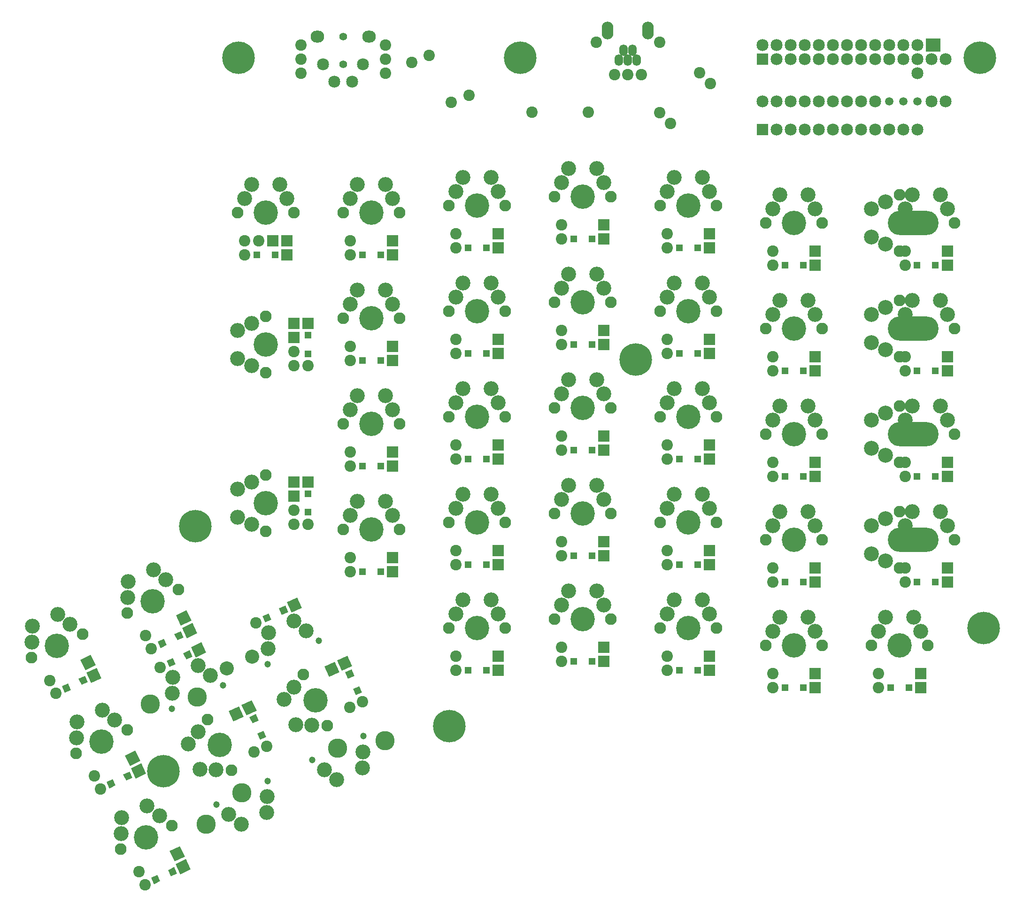
<source format=gbs>
G04 #@! TF.GenerationSoftware,KiCad,Pcbnew,5.1.5*
G04 #@! TF.CreationDate,2020-05-06T10:11:07+08:00*
G04 #@! TF.ProjectId,ErgoDOX,4572676f-444f-4582-9e6b-696361645f70,rev?*
G04 #@! TF.SameCoordinates,Original*
G04 #@! TF.FileFunction,Soldermask,Bot*
G04 #@! TF.FilePolarity,Negative*
%FSLAX46Y46*%
G04 Gerber Fmt 4.6, Leading zero omitted, Abs format (unit mm)*
G04 Created by KiCad (PCBNEW 5.1.5) date 2020-05-06 10:11:07*
%MOMM*%
%LPD*%
G04 APERTURE LIST*
%ADD10O,1.549400X2.057400*%
%ADD11O,2.108200X3.200400*%
%ADD12C,2.057400*%
%ADD13C,2.159000*%
%ADD14R,2.159000X2.159000*%
%ADD15C,1.498600*%
%ADD16C,0.150000*%
%ADD17R,2.057400X2.057400*%
%ADD18C,2.692400*%
%ADD19C,1.193800*%
%ADD20C,3.479800*%
%ADD21R,1.422400X2.438400*%
%ADD22O,2.463800X2.159000*%
%ADD23C,1.397000*%
%ADD24C,2.540000*%
%ADD25C,5.867400*%
%ADD26C,2.108200*%
%ADD27C,2.689860*%
%ADD28R,1.244600X1.244600*%
%ADD29C,2.687320*%
%ADD30O,9.156700X4.394200*%
%ADD31C,4.394200*%
G04 APERTURE END LIST*
D10*
X139242800Y-37553900D03*
X138442700Y-35806380D03*
X137642600Y-37553900D03*
X136842500Y-35806380D03*
X136042400Y-37553900D03*
D11*
X133995160Y-32230060D03*
X141290040Y-32230060D03*
D12*
X140055600Y-40259000D03*
X143357600Y-34417000D03*
X137642600Y-40259000D03*
X131927600Y-34417000D03*
X135229600Y-40259000D03*
D13*
X169545000Y-34925000D03*
X172085000Y-34925000D03*
X161925000Y-34925000D03*
X164465000Y-34925000D03*
X167005000Y-34925000D03*
X174625000Y-34925000D03*
X177165000Y-34925000D03*
X179705000Y-34925000D03*
X182245000Y-34925000D03*
X184785000Y-34925000D03*
X187325000Y-34925000D03*
X189865000Y-34925000D03*
X189865000Y-50165000D03*
X187325000Y-50165000D03*
X184785000Y-50165000D03*
X182245000Y-50165000D03*
X179705000Y-50165000D03*
X177165000Y-50165000D03*
X174625000Y-50165000D03*
X172085000Y-50165000D03*
X169545000Y-50165000D03*
X167005000Y-50165000D03*
X164465000Y-50165000D03*
D14*
X161925000Y-50165000D03*
D13*
X189865000Y-40005000D03*
X164465000Y-37465000D03*
X167005000Y-37465000D03*
X169545000Y-37465000D03*
X172085000Y-37465000D03*
X174625000Y-37465000D03*
X177165000Y-37465000D03*
X179705000Y-37465000D03*
X182245000Y-37465000D03*
X184785000Y-37465000D03*
X187325000Y-37465000D03*
X189865000Y-37465000D03*
X192405000Y-37465000D03*
X194945000Y-37465000D03*
D14*
X161925000Y-37465000D03*
D13*
X194945000Y-45085000D03*
X192405000Y-45085000D03*
D15*
X189865000Y-45085000D03*
X187325000Y-45085000D03*
X184785000Y-45085000D03*
D13*
X182245000Y-45085000D03*
X179705000Y-45085000D03*
X177165000Y-45085000D03*
X174625000Y-45085000D03*
X172085000Y-45085000D03*
X169545000Y-45085000D03*
X167005000Y-45085000D03*
X164465000Y-45085000D03*
X161925000Y-45085000D03*
D12*
X53341367Y-147187736D03*
D16*
G36*
X54985576Y-147107661D02*
G01*
X54459585Y-145979670D01*
X55587576Y-145453679D01*
X56113567Y-146581670D01*
X54985576Y-147107661D01*
G37*
G36*
X59749862Y-145334450D02*
G01*
X58880367Y-143469813D01*
X60745004Y-142600318D01*
X61614499Y-144464955D01*
X59749862Y-145334450D01*
G37*
G36*
X58001224Y-145701441D02*
G01*
X57475233Y-144573450D01*
X58603224Y-144047459D01*
X59129215Y-145175450D01*
X58001224Y-145701441D01*
G37*
D12*
X70605747Y-139135936D03*
D16*
G36*
X72249956Y-139055861D02*
G01*
X71723965Y-137927870D01*
X72851956Y-137401879D01*
X73377947Y-138529870D01*
X72249956Y-139055861D01*
G37*
G36*
X77014242Y-137282650D02*
G01*
X76144747Y-135418013D01*
X78009384Y-134548518D01*
X78878879Y-136413155D01*
X77014242Y-137282650D01*
G37*
G36*
X75265604Y-137649641D02*
G01*
X74739613Y-136521650D01*
X75867604Y-135995659D01*
X76393595Y-137123650D01*
X75265604Y-137649641D01*
G37*
D12*
X77470000Y-118755160D03*
D17*
X77470000Y-116215160D03*
D12*
X77470000Y-90180160D03*
D17*
X77470000Y-87640160D03*
D12*
X71120000Y-70180200D03*
D17*
X73660000Y-70180200D03*
D18*
X77434621Y-138754526D03*
X72753017Y-143740174D03*
D19*
X72675456Y-146578921D03*
X81883544Y-142285119D03*
D18*
X79659082Y-140519823D03*
X72830577Y-140901427D03*
X60170241Y-146806326D03*
X55488637Y-151791974D03*
D20*
X60015120Y-152483820D03*
D19*
X55411076Y-154630721D03*
X64619164Y-150336919D03*
D18*
X62394702Y-148571623D03*
X55566197Y-148953227D03*
X85176179Y-167376434D03*
X89857783Y-162390786D03*
D20*
X85331300Y-161698940D03*
D19*
X89935344Y-159552039D03*
X80727256Y-163845841D03*
D18*
X82951718Y-165611137D03*
X89780223Y-165229533D03*
X67909259Y-175425694D03*
X72590863Y-170440046D03*
D20*
X68064380Y-169748200D03*
D19*
X72668424Y-167601299D03*
X63460336Y-171895101D03*
D18*
X65684798Y-173660397D03*
X72513303Y-173278793D03*
D12*
X152499602Y-41810398D03*
X145315398Y-48994602D03*
X150594602Y-39905398D03*
X143410398Y-47089602D03*
X130492500Y-46990000D03*
X120332500Y-46990000D03*
X101817898Y-36730398D03*
X109002102Y-43914602D03*
X98642898Y-38000398D03*
X105827102Y-45184602D03*
X78740000Y-40005000D03*
X78740000Y-37465000D03*
X78740000Y-34925000D03*
X93980000Y-40005000D03*
X93980000Y-37465000D03*
X93980000Y-34925000D03*
D21*
X192087500Y-34925000D03*
X193357500Y-34925000D03*
D22*
X90957400Y-33375600D03*
D13*
X82702400Y-38379400D03*
X87909400Y-41478200D03*
D22*
X81661000Y-33375600D03*
D13*
X84709000Y-41478200D03*
X89916000Y-38379400D03*
D23*
X86309200Y-33375600D03*
X86309200Y-38379400D03*
D24*
X69927083Y-145197966D03*
D20*
X93829648Y-160396270D03*
D24*
X65323823Y-147345789D03*
D20*
X61602126Y-175425496D03*
X51511692Y-153786490D03*
D25*
X53898800Y-165836600D03*
X59664600Y-121666000D03*
X105435400Y-157759400D03*
X201777600Y-140055600D03*
X139039600Y-91592400D03*
X201142600Y-37134800D03*
X118211600Y-37134800D03*
X67411600Y-37134800D03*
D18*
X193992500Y-80972660D03*
X187642500Y-83512660D03*
D26*
X196532500Y-86052660D03*
D27*
X195262500Y-83512660D03*
D18*
X188912500Y-80972660D03*
D12*
X187642500Y-91132660D03*
D17*
X195262500Y-91132660D03*
D12*
X187642500Y-93672660D03*
D17*
X195262500Y-93672660D03*
D28*
X189788800Y-93672660D03*
X193116200Y-93672660D03*
D29*
X181610000Y-83512660D03*
X184150000Y-82242660D03*
X184150000Y-89862660D03*
X181610000Y-88592660D03*
D30*
X189069980Y-86052660D03*
D26*
X186690000Y-91132660D03*
X186690000Y-80972660D03*
D18*
X193992500Y-119072660D03*
X187642500Y-121612660D03*
D26*
X196532500Y-124152660D03*
D27*
X195262500Y-121612660D03*
D18*
X188912500Y-119072660D03*
D12*
X187642500Y-129232660D03*
D17*
X195262500Y-129232660D03*
D12*
X187642500Y-131772660D03*
D17*
X195262500Y-131772660D03*
D28*
X189788800Y-131772660D03*
X193116200Y-131772660D03*
D29*
X181610000Y-121612660D03*
X184150000Y-120342660D03*
X184150000Y-127962660D03*
X181610000Y-126692660D03*
D30*
X189069980Y-124152660D03*
D26*
X186690000Y-129232660D03*
X186690000Y-119072660D03*
D18*
X193992500Y-61925200D03*
X187642500Y-64465200D03*
D26*
X196532500Y-67005200D03*
D27*
X195262500Y-64465200D03*
D18*
X188912500Y-61925200D03*
D12*
X187642500Y-72085200D03*
D17*
X195262500Y-72085200D03*
D12*
X187642500Y-74625200D03*
D17*
X195262500Y-74625200D03*
D28*
X189788800Y-74625200D03*
X193116200Y-74625200D03*
D29*
X181610000Y-64465200D03*
X184150000Y-63195200D03*
X184150000Y-70815200D03*
X181610000Y-69545200D03*
D30*
X189069980Y-67005200D03*
D26*
X186690000Y-72085200D03*
X186690000Y-61925200D03*
D18*
X193992500Y-100022660D03*
X187642500Y-102562660D03*
D26*
X196532500Y-105102660D03*
D27*
X195262500Y-102562660D03*
D18*
X188912500Y-100022660D03*
D12*
X187642500Y-110182660D03*
D17*
X195262500Y-110182660D03*
D12*
X187642500Y-112722660D03*
D17*
X195262500Y-112722660D03*
D28*
X189788800Y-112722660D03*
X193116200Y-112722660D03*
D29*
X181610000Y-102562660D03*
X184150000Y-101292660D03*
X184150000Y-108912660D03*
X181610000Y-107642660D03*
D30*
X189069980Y-105102660D03*
D26*
X186690000Y-110182660D03*
X186690000Y-100022660D03*
D18*
X93980000Y-60020200D03*
X87630000Y-62560200D03*
D31*
X91440000Y-65100200D03*
D26*
X86360000Y-65100200D03*
X96520000Y-65100200D03*
D18*
X95250000Y-62560200D03*
X88900000Y-60020200D03*
D12*
X87630000Y-70180200D03*
D17*
X95250000Y-70180200D03*
D12*
X87630000Y-72720200D03*
D17*
X95250000Y-72720200D03*
D28*
X89776300Y-72720200D03*
X93103700Y-72720200D03*
D18*
X151130000Y-77797660D03*
X144780000Y-80337660D03*
D31*
X148590000Y-82877660D03*
D26*
X143510000Y-82877660D03*
X153670000Y-82877660D03*
D18*
X152400000Y-80337660D03*
X146050000Y-77797660D03*
D12*
X144780000Y-87957660D03*
D17*
X152400000Y-87957660D03*
D12*
X144780000Y-90497660D03*
D17*
X152400000Y-90497660D03*
D28*
X146926300Y-90497660D03*
X150253700Y-90497660D03*
D18*
X58360986Y-160962159D03*
X63346634Y-165643763D03*
D31*
X64038480Y-161117280D03*
D26*
X66185381Y-165721324D03*
X61891579Y-156513236D03*
D18*
X60126283Y-158737698D03*
X60507887Y-165566203D03*
D12*
X70252699Y-162423412D03*
D16*
G36*
X68399414Y-156014918D02*
G01*
X66534777Y-156884413D01*
X65665282Y-155019776D01*
X67529919Y-154150281D01*
X68399414Y-156014918D01*
G37*
D12*
X72554721Y-161349962D03*
D16*
G36*
X70701436Y-154941467D02*
G01*
X68836799Y-155810962D01*
X67967304Y-153946325D01*
X69831941Y-153076830D01*
X70701436Y-154941467D01*
G37*
G36*
X72474646Y-159705753D02*
G01*
X71346655Y-160231744D01*
X70820664Y-159103753D01*
X71948655Y-158577762D01*
X72474646Y-159705753D01*
G37*
G36*
X71068426Y-156690105D02*
G01*
X69940435Y-157216096D01*
X69414444Y-156088105D01*
X70542435Y-155562114D01*
X71068426Y-156690105D01*
G37*
D18*
X75625366Y-152910359D03*
X80611014Y-157591963D03*
D31*
X81302860Y-153065480D03*
D26*
X83449761Y-157669524D03*
X79155959Y-148461436D03*
D18*
X77390663Y-150685898D03*
X77772267Y-157514403D03*
D12*
X87517079Y-154371612D03*
D16*
G36*
X85663794Y-147963118D02*
G01*
X83799157Y-148832613D01*
X82929662Y-146967976D01*
X84794299Y-146098481D01*
X85663794Y-147963118D01*
G37*
D12*
X89819101Y-153298162D03*
D16*
G36*
X87965816Y-146889667D02*
G01*
X86101179Y-147759162D01*
X85231684Y-145894525D01*
X87096321Y-145025030D01*
X87965816Y-146889667D01*
G37*
G36*
X89739026Y-151653953D02*
G01*
X88611035Y-152179944D01*
X88085044Y-151051953D01*
X89213035Y-150525962D01*
X89739026Y-151653953D01*
G37*
G36*
X88332806Y-148638305D02*
G01*
X87204815Y-149164296D01*
X86678824Y-148036305D01*
X87806815Y-147510314D01*
X88332806Y-148638305D01*
G37*
D18*
X113030000Y-134947660D03*
X106680000Y-137487660D03*
D31*
X110490000Y-140027660D03*
D26*
X105410000Y-140027660D03*
X115570000Y-140027660D03*
D18*
X114300000Y-137487660D03*
X107950000Y-134947660D03*
D12*
X106680000Y-145107660D03*
D17*
X114300000Y-145107660D03*
D12*
X106680000Y-147647660D03*
D17*
X114300000Y-147647660D03*
D28*
X108826300Y-147647660D03*
X112153700Y-147647660D03*
D18*
X132080000Y-133350000D03*
X125730000Y-135890000D03*
D31*
X129540000Y-138430000D03*
D26*
X124460000Y-138430000D03*
X134620000Y-138430000D03*
D18*
X133350000Y-135890000D03*
X127000000Y-133350000D03*
D12*
X125730000Y-143510000D03*
D17*
X133350000Y-143510000D03*
D12*
X125730000Y-146050000D03*
D17*
X133350000Y-146050000D03*
D28*
X127876300Y-146050000D03*
X131203700Y-146050000D03*
D18*
X170180000Y-138122660D03*
X163830000Y-140662660D03*
D31*
X167640000Y-143202660D03*
D26*
X162560000Y-143202660D03*
X172720000Y-143202660D03*
D18*
X171450000Y-140662660D03*
X165100000Y-138122660D03*
D12*
X163830000Y-148282660D03*
D17*
X171450000Y-148282660D03*
D12*
X163830000Y-150822660D03*
D17*
X171450000Y-150822660D03*
D28*
X165976300Y-150822660D03*
X169303700Y-150822660D03*
D18*
X93980000Y-117167660D03*
X87630000Y-119707660D03*
D31*
X91440000Y-122247660D03*
D26*
X86360000Y-122247660D03*
X96520000Y-122247660D03*
D18*
X95250000Y-119707660D03*
X88900000Y-117167660D03*
D12*
X87630000Y-127327660D03*
D17*
X95250000Y-127327660D03*
D12*
X87630000Y-129867660D03*
D17*
X95250000Y-129867660D03*
D28*
X89776300Y-129867660D03*
X93103700Y-129867660D03*
D18*
X113030000Y-115897660D03*
X106680000Y-118437660D03*
D31*
X110490000Y-120977660D03*
D26*
X105410000Y-120977660D03*
X115570000Y-120977660D03*
D18*
X114300000Y-118437660D03*
X107950000Y-115897660D03*
D12*
X106680000Y-126057660D03*
D17*
X114300000Y-126057660D03*
D12*
X106680000Y-128597660D03*
D17*
X114300000Y-128597660D03*
D28*
X108826300Y-128597660D03*
X112153700Y-128597660D03*
D18*
X132080000Y-114300000D03*
X125730000Y-116840000D03*
D31*
X129540000Y-119380000D03*
D26*
X124460000Y-119380000D03*
X134620000Y-119380000D03*
D18*
X133350000Y-116840000D03*
X127000000Y-114300000D03*
D12*
X125730000Y-124460000D03*
D17*
X133350000Y-124460000D03*
D12*
X125730000Y-127000000D03*
D17*
X133350000Y-127000000D03*
D28*
X127876300Y-127000000D03*
X131203700Y-127000000D03*
D18*
X151130000Y-115897660D03*
X144780000Y-118437660D03*
D31*
X148590000Y-120977660D03*
D26*
X143510000Y-120977660D03*
X153670000Y-120977660D03*
D18*
X152400000Y-118437660D03*
X146050000Y-115897660D03*
D12*
X144780000Y-126057660D03*
D17*
X152400000Y-126057660D03*
D12*
X144780000Y-128597660D03*
D17*
X152400000Y-128597660D03*
D28*
X146926300Y-128597660D03*
X150253700Y-128597660D03*
D18*
X170180000Y-119072660D03*
X163830000Y-121612660D03*
D31*
X167640000Y-124152660D03*
D26*
X162560000Y-124152660D03*
X172720000Y-124152660D03*
D18*
X171450000Y-121612660D03*
X165100000Y-119072660D03*
D12*
X163830000Y-129232660D03*
D17*
X171450000Y-129232660D03*
D12*
X163830000Y-131772660D03*
D17*
X171450000Y-131772660D03*
D28*
X165976300Y-131772660D03*
X169303700Y-131772660D03*
D18*
X93980000Y-98117660D03*
X87630000Y-100657660D03*
D31*
X91440000Y-103197660D03*
D26*
X86360000Y-103197660D03*
X96520000Y-103197660D03*
D18*
X95250000Y-100657660D03*
X88900000Y-98117660D03*
D12*
X87630000Y-108277660D03*
D17*
X95250000Y-108277660D03*
D12*
X87630000Y-110817660D03*
D17*
X95250000Y-110817660D03*
D28*
X89776300Y-110817660D03*
X93103700Y-110817660D03*
D18*
X113030000Y-96847660D03*
X106680000Y-99387660D03*
D31*
X110490000Y-101927660D03*
D26*
X105410000Y-101927660D03*
X115570000Y-101927660D03*
D18*
X114300000Y-99387660D03*
X107950000Y-96847660D03*
D12*
X106680000Y-107007660D03*
D17*
X114300000Y-107007660D03*
D12*
X106680000Y-109547660D03*
D17*
X114300000Y-109547660D03*
D28*
X108826300Y-109547660D03*
X112153700Y-109547660D03*
D18*
X132080000Y-95250000D03*
X125730000Y-97790000D03*
D31*
X129540000Y-100330000D03*
D26*
X124460000Y-100330000D03*
X134620000Y-100330000D03*
D18*
X133350000Y-97790000D03*
X127000000Y-95250000D03*
D12*
X125730000Y-105410000D03*
D17*
X133350000Y-105410000D03*
D12*
X125730000Y-107950000D03*
D17*
X133350000Y-107950000D03*
D28*
X127876300Y-107950000D03*
X131203700Y-107950000D03*
D18*
X151130000Y-96847660D03*
X144780000Y-99387660D03*
D31*
X148590000Y-101927660D03*
D26*
X143510000Y-101927660D03*
X153670000Y-101927660D03*
D18*
X152400000Y-99387660D03*
X146050000Y-96847660D03*
D12*
X144780000Y-107007660D03*
D17*
X152400000Y-107007660D03*
D12*
X144780000Y-109547660D03*
D17*
X152400000Y-109547660D03*
D28*
X146926300Y-109547660D03*
X150253700Y-109547660D03*
D18*
X113030000Y-77797660D03*
X106680000Y-80337660D03*
D31*
X110490000Y-82877660D03*
D26*
X105410000Y-82877660D03*
X115570000Y-82877660D03*
D18*
X114300000Y-80337660D03*
X107950000Y-77797660D03*
D12*
X106680000Y-87957660D03*
D17*
X114300000Y-87957660D03*
D12*
X106680000Y-90497660D03*
D17*
X114300000Y-90497660D03*
D28*
X108826300Y-90497660D03*
X112153700Y-90497660D03*
D18*
X132080000Y-76200000D03*
X125730000Y-78740000D03*
D31*
X129540000Y-81280000D03*
D26*
X124460000Y-81280000D03*
X134620000Y-81280000D03*
D18*
X133350000Y-78740000D03*
X127000000Y-76200000D03*
D12*
X125730000Y-86360000D03*
D17*
X133350000Y-86360000D03*
D12*
X125730000Y-88900000D03*
D17*
X133350000Y-88900000D03*
D28*
X127876300Y-88900000D03*
X131203700Y-88900000D03*
D18*
X170180000Y-80972660D03*
X163830000Y-83512660D03*
D31*
X167640000Y-86052660D03*
D26*
X162560000Y-86052660D03*
X172720000Y-86052660D03*
D18*
X171450000Y-83512660D03*
X165100000Y-80972660D03*
D12*
X163830000Y-91132660D03*
D17*
X171450000Y-91132660D03*
D12*
X163830000Y-93672660D03*
D17*
X171450000Y-93672660D03*
D28*
X165976300Y-93672660D03*
X169303700Y-93672660D03*
D18*
X151130000Y-134947660D03*
X144780000Y-137487660D03*
D31*
X148590000Y-140027660D03*
D26*
X143510000Y-140027660D03*
X153670000Y-140027660D03*
D18*
X152400000Y-137487660D03*
X146050000Y-134947660D03*
D12*
X144780000Y-145107660D03*
D17*
X152400000Y-145107660D03*
D12*
X144780000Y-147647660D03*
D17*
X152400000Y-147647660D03*
D28*
X146926300Y-147647660D03*
X150253700Y-147647660D03*
D18*
X113030000Y-58747660D03*
X106680000Y-61287660D03*
D31*
X110490000Y-63827660D03*
D26*
X105410000Y-63827660D03*
X115570000Y-63827660D03*
D18*
X114300000Y-61287660D03*
X107950000Y-58747660D03*
D12*
X106680000Y-68907660D03*
D17*
X114300000Y-68907660D03*
D12*
X106680000Y-71447660D03*
D17*
X114300000Y-71447660D03*
D28*
X108826300Y-71447660D03*
X112153700Y-71447660D03*
D18*
X132080000Y-57150000D03*
X125730000Y-59690000D03*
D31*
X129540000Y-62230000D03*
D26*
X124460000Y-62230000D03*
X134620000Y-62230000D03*
D18*
X133350000Y-59690000D03*
X127000000Y-57150000D03*
D12*
X125730000Y-67310000D03*
D17*
X133350000Y-67310000D03*
D12*
X125730000Y-69850000D03*
D17*
X133350000Y-69850000D03*
D28*
X127876300Y-69850000D03*
X131203700Y-69850000D03*
D18*
X151130000Y-58747660D03*
X144780000Y-61287660D03*
D31*
X148590000Y-63827660D03*
D26*
X143510000Y-63827660D03*
X153670000Y-63827660D03*
D18*
X152400000Y-61287660D03*
X146050000Y-58747660D03*
D12*
X144780000Y-68907660D03*
D17*
X152400000Y-68907660D03*
D12*
X144780000Y-71447660D03*
D17*
X152400000Y-71447660D03*
D28*
X146926300Y-71447660D03*
X150253700Y-71447660D03*
D18*
X170180000Y-61925200D03*
X163830000Y-64465200D03*
D31*
X167640000Y-67005200D03*
D26*
X162560000Y-67005200D03*
X172720000Y-67005200D03*
D18*
X171450000Y-64465200D03*
X165100000Y-61925200D03*
D12*
X163830000Y-72085200D03*
D17*
X171450000Y-72085200D03*
D12*
X163830000Y-74625200D03*
D17*
X171450000Y-74625200D03*
D28*
X165976300Y-74625200D03*
X169303700Y-74625200D03*
D18*
X52118441Y-129541946D03*
X47436837Y-134527594D03*
D31*
X51963320Y-135219440D03*
D26*
X47359276Y-137366341D03*
X56567364Y-133072539D03*
D18*
X54342902Y-131307243D03*
X47514397Y-131688847D03*
D12*
X50657188Y-141433659D03*
D16*
G36*
X57065682Y-139580374D02*
G01*
X56196187Y-137715737D01*
X58060824Y-136846242D01*
X58930319Y-138710879D01*
X57065682Y-139580374D01*
G37*
D12*
X51730638Y-143735681D03*
D16*
G36*
X58139133Y-141882396D02*
G01*
X57269638Y-140017759D01*
X59134275Y-139148264D01*
X60003770Y-141012901D01*
X58139133Y-141882396D01*
G37*
G36*
X53374847Y-143655606D02*
G01*
X52848856Y-142527615D01*
X53976847Y-142001624D01*
X54502838Y-143129615D01*
X53374847Y-143655606D01*
G37*
G36*
X56390495Y-142249386D02*
G01*
X55864504Y-141121395D01*
X56992495Y-140595404D01*
X57518486Y-141723395D01*
X56390495Y-142249386D01*
G37*
D18*
X34854061Y-137591206D03*
X30172457Y-142576854D03*
D31*
X34698940Y-143268700D03*
D26*
X30094896Y-145415601D03*
X39302984Y-141121799D03*
D18*
X37078522Y-139356503D03*
X30250017Y-139738107D03*
D12*
X33392808Y-149482919D03*
D16*
G36*
X39801302Y-147629634D02*
G01*
X38931807Y-145764997D01*
X40796444Y-144895502D01*
X41665939Y-146760139D01*
X39801302Y-147629634D01*
G37*
D12*
X34466258Y-151784941D03*
D16*
G36*
X40874753Y-149931656D02*
G01*
X40005258Y-148067019D01*
X41869895Y-147197524D01*
X42739390Y-149062161D01*
X40874753Y-149931656D01*
G37*
G36*
X36110467Y-151704866D02*
G01*
X35584476Y-150576875D01*
X36712467Y-150050884D01*
X37238458Y-151178875D01*
X36110467Y-151704866D01*
G37*
G36*
X39126115Y-150298646D02*
G01*
X38600124Y-149170655D01*
X39728115Y-148644664D01*
X40254106Y-149772655D01*
X39126115Y-150298646D01*
G37*
D18*
X50955121Y-172122506D03*
X46273517Y-177108154D03*
D31*
X50800000Y-177800000D03*
D26*
X46195956Y-179946901D03*
X55404044Y-175653099D03*
D18*
X53179582Y-173887803D03*
X46351077Y-174269407D03*
D12*
X49493868Y-184014219D03*
D16*
G36*
X55902362Y-182160934D02*
G01*
X55032867Y-180296297D01*
X56897504Y-179426802D01*
X57766999Y-181291439D01*
X55902362Y-182160934D01*
G37*
D12*
X50567318Y-186316241D03*
D16*
G36*
X56975813Y-184462956D02*
G01*
X56106318Y-182598319D01*
X57970955Y-181728824D01*
X58840450Y-183593461D01*
X56975813Y-184462956D01*
G37*
G36*
X52211527Y-186236166D02*
G01*
X51685536Y-185108175D01*
X52813527Y-184582184D01*
X53339518Y-185710175D01*
X52211527Y-186236166D01*
G37*
G36*
X55227175Y-184829946D02*
G01*
X54701184Y-183701955D01*
X55829175Y-183175964D01*
X56355166Y-184303955D01*
X55227175Y-184829946D01*
G37*
D18*
X42903321Y-154855586D03*
X38221717Y-159841234D03*
D31*
X42748200Y-160533080D03*
D26*
X38144156Y-162679981D03*
X47352244Y-158386179D03*
D18*
X45127782Y-156620883D03*
X38299277Y-157002487D03*
D12*
X41442068Y-166747299D03*
D16*
G36*
X47850562Y-164894014D02*
G01*
X46981067Y-163029377D01*
X48845704Y-162159882D01*
X49715199Y-164024519D01*
X47850562Y-164894014D01*
G37*
D12*
X42515518Y-169049321D03*
D16*
G36*
X48924013Y-167196036D02*
G01*
X48054518Y-165331399D01*
X49919155Y-164461904D01*
X50788650Y-166326541D01*
X48924013Y-167196036D01*
G37*
G36*
X44159727Y-168969246D02*
G01*
X43633736Y-167841255D01*
X44761727Y-167315264D01*
X45287718Y-168443255D01*
X44159727Y-168969246D01*
G37*
G36*
X47175375Y-167563026D02*
G01*
X46649384Y-166435035D01*
X47777375Y-165909044D01*
X48303366Y-167037035D01*
X47175375Y-167563026D01*
G37*
D18*
X93980000Y-79067660D03*
X87630000Y-81607660D03*
D31*
X91440000Y-84147660D03*
D26*
X86360000Y-84147660D03*
X96520000Y-84147660D03*
D18*
X95250000Y-81607660D03*
X88900000Y-79067660D03*
D12*
X87630000Y-89227660D03*
D17*
X95250000Y-89227660D03*
D12*
X87630000Y-91767660D03*
D17*
X95250000Y-91767660D03*
D28*
X89776300Y-91767660D03*
X93103700Y-91767660D03*
D18*
X189230000Y-138122660D03*
X182880000Y-140662660D03*
D31*
X186690000Y-143202660D03*
D26*
X181610000Y-143202660D03*
X191770000Y-143202660D03*
D18*
X190500000Y-140662660D03*
X184150000Y-138122660D03*
D12*
X182880000Y-148282660D03*
D17*
X190500000Y-148282660D03*
D12*
X182880000Y-150822660D03*
D17*
X190500000Y-150822660D03*
D28*
X185026300Y-150822660D03*
X188353700Y-150822660D03*
D18*
X67310000Y-114945160D03*
X69850000Y-121295160D03*
D31*
X72390000Y-117485160D03*
D26*
X72390000Y-122565160D03*
X72390000Y-112405160D03*
D18*
X69850000Y-113675160D03*
X67310000Y-120025160D03*
D12*
X77470000Y-121295160D03*
D17*
X77470000Y-113675160D03*
D12*
X80010000Y-121295160D03*
D17*
X80010000Y-113675160D03*
D28*
X80010000Y-119148860D03*
X80010000Y-115821460D03*
D18*
X67310000Y-86370160D03*
X69850000Y-92720160D03*
D31*
X72390000Y-88910160D03*
D26*
X72390000Y-93990160D03*
X72390000Y-83830160D03*
D18*
X69850000Y-85100160D03*
X67310000Y-91450160D03*
D12*
X77470000Y-92720160D03*
D17*
X77470000Y-85100160D03*
D12*
X80010000Y-92720160D03*
D17*
X80010000Y-85100160D03*
D28*
X80010000Y-90573860D03*
X80010000Y-87246460D03*
D18*
X74930000Y-60020200D03*
X68580000Y-62560200D03*
D31*
X72390000Y-65100200D03*
D26*
X67310000Y-65100200D03*
X77470000Y-65100200D03*
D18*
X76200000Y-62560200D03*
X69850000Y-60020200D03*
D12*
X68580000Y-70180200D03*
D17*
X76200000Y-70180200D03*
D12*
X68580000Y-72720200D03*
D17*
X76200000Y-72720200D03*
D28*
X70726300Y-72720200D03*
X74053700Y-72720200D03*
D18*
X170180000Y-100022660D03*
X163830000Y-102562660D03*
D31*
X167640000Y-105102660D03*
D26*
X162560000Y-105102660D03*
X172720000Y-105102660D03*
D18*
X171450000Y-102562660D03*
X165100000Y-100022660D03*
D12*
X163830000Y-110182660D03*
D17*
X171450000Y-110182660D03*
D12*
X163830000Y-112722660D03*
D17*
X171450000Y-112722660D03*
D28*
X165976300Y-112722660D03*
X169303700Y-112722660D03*
M02*

</source>
